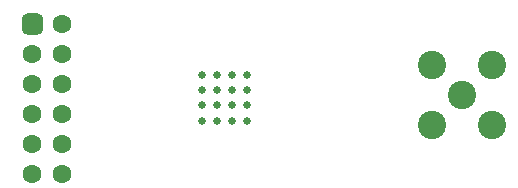
<source format=gbr>
%TF.GenerationSoftware,KiCad,Pcbnew,5.1.9-1.fc33*%
%TF.CreationDate,2021-03-04T20:35:35+03:00*%
%TF.ProjectId,CC2420_module,43433234-3230-45f6-9d6f-64756c652e6b,rev?*%
%TF.SameCoordinates,Original*%
%TF.FileFunction,Soldermask,Bot*%
%TF.FilePolarity,Negative*%
%FSLAX46Y46*%
G04 Gerber Fmt 4.6, Leading zero omitted, Abs format (unit mm)*
G04 Created by KiCad (PCBNEW 5.1.9-1.fc33) date 2021-03-04 20:35:35*
%MOMM*%
%LPD*%
G01*
G04 APERTURE LIST*
%ADD10C,0.643750*%
%ADD11C,1.600000*%
%ADD12C,2.400000*%
G04 APERTURE END LIST*
D10*
%TO.C,DA1*%
X192931250Y-81831250D03*
X192931250Y-80543750D03*
X192931250Y-79256250D03*
X192931250Y-77968750D03*
X191643750Y-81831250D03*
X191643750Y-80543750D03*
X191643750Y-79256250D03*
X191643750Y-77968750D03*
X190356250Y-81831250D03*
X190356250Y-80543750D03*
X190356250Y-79256250D03*
X190356250Y-77968750D03*
X189068750Y-81831250D03*
X189068750Y-80543750D03*
X189068750Y-79256250D03*
X189068750Y-77968750D03*
%TD*%
D11*
%TO.C,XP1*%
X177270000Y-73650000D03*
G36*
G01*
X174280000Y-72750000D02*
X175180000Y-72750000D01*
G75*
G02*
X175630000Y-73200000I0J-450000D01*
G01*
X175630000Y-74100000D01*
G75*
G02*
X175180000Y-74550000I-450000J0D01*
G01*
X174280000Y-74550000D01*
G75*
G02*
X173830000Y-74100000I0J450000D01*
G01*
X173830000Y-73200000D01*
G75*
G02*
X174280000Y-72750000I450000J0D01*
G01*
G37*
X177270000Y-76190000D03*
X174730000Y-76190000D03*
X177270000Y-78730000D03*
X174730000Y-78730000D03*
X177270000Y-81270000D03*
X174730000Y-81270000D03*
X177270000Y-83810000D03*
X174730000Y-83810000D03*
X177270000Y-86350000D03*
X174730000Y-86350000D03*
%TD*%
D12*
%TO.C,XS1*%
X208560000Y-77110000D03*
X208560000Y-82190000D03*
X213640000Y-77110000D03*
X213640000Y-82190000D03*
X211100000Y-79650000D03*
%TD*%
M02*

</source>
